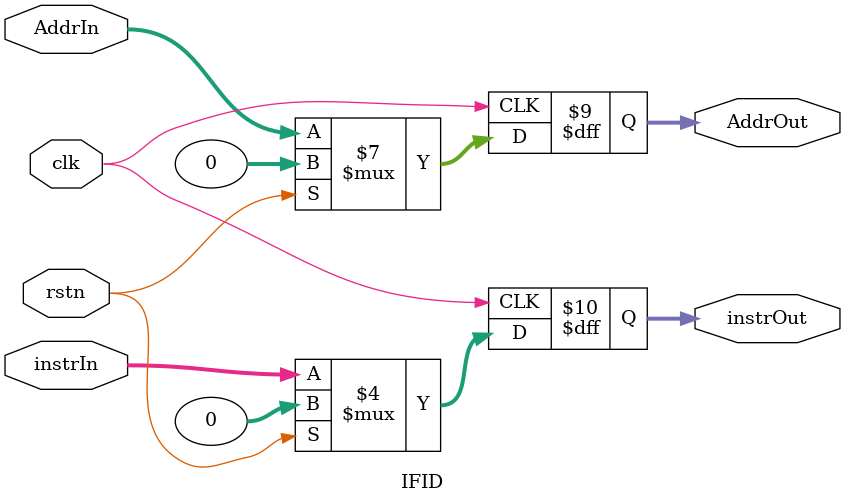
<source format=v>
module IFID(
    input            clk,
    input            rstn,
    input[31:0]      AddrIn,
    input[31:0]      instrIn,
    output reg[31:0] AddrOut,
    output reg[31:0] instrOut
);

always @ (posedge clk)
    begin
        if(!rstn)
            begin
                AddrOut  <= AddrIn;
                instrOut <= instrIn;
            end
        else
            begin
                AddrOut  <= 32'h0;
                instrOut <= 32'h0;
            end
    end

endmodule
</source>
